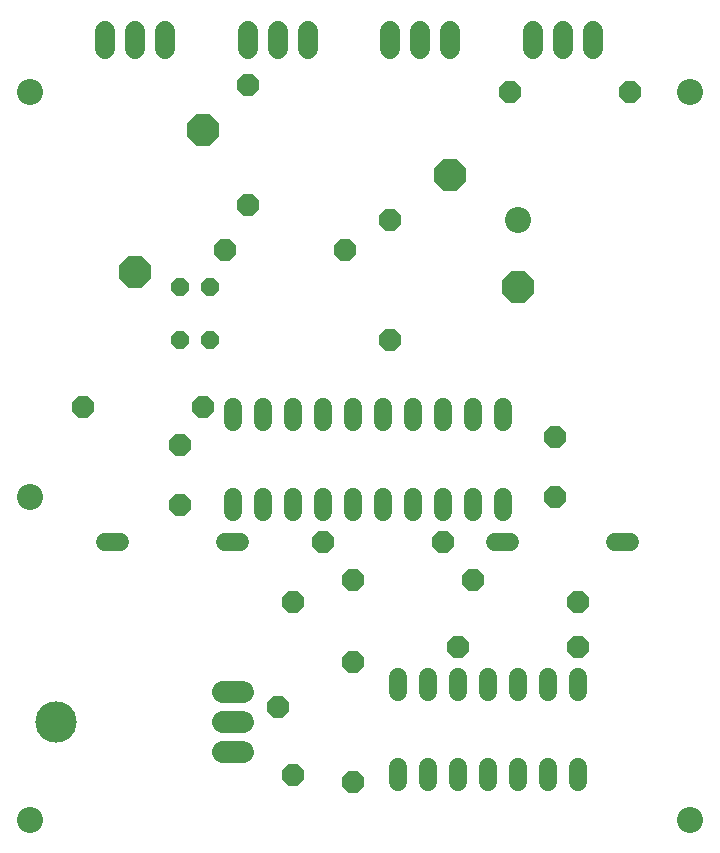
<source format=gbs>
G75*
%MOMM*%
%OFA0B0*%
%FSLAX33Y33*%
%IPPOS*%
%LPD*%
%AMOC8*
5,1,8,0,0,1.08239X$1,22.5*
%
%ADD10C,2.203*%
%ADD11C,1.880*%
%ADD12C,3.505*%
%ADD13C,1.524*%
%ADD14OC8,1.803*%
%ADD15OC8,1.524*%
%ADD16C,1.727*%
%ADD17OC8,2.743*%
D10*
X02946Y02946D03*
X02946Y30251D03*
X02946Y64541D03*
X44221Y53746D03*
X58826Y64541D03*
X58826Y02946D03*
D11*
X20930Y08661D02*
X19253Y08661D01*
X19253Y11201D02*
X20930Y11201D01*
X20930Y13741D02*
X19253Y13741D01*
D12*
X05105Y11201D03*
D13*
X09271Y26441D02*
X10592Y26441D01*
X19431Y26441D02*
X20752Y26441D01*
X20091Y28956D02*
X20091Y30277D01*
X22631Y30277D02*
X22631Y28956D01*
X25171Y28956D02*
X25171Y30277D01*
X27711Y30277D02*
X27711Y28956D01*
X30251Y28956D02*
X30251Y30277D01*
X32791Y30277D02*
X32791Y28956D01*
X35331Y28956D02*
X35331Y30277D01*
X37871Y30277D02*
X37871Y28956D01*
X40411Y28956D02*
X40411Y30277D01*
X42951Y30277D02*
X42951Y28956D01*
X42291Y26441D02*
X43612Y26441D01*
X42951Y36576D02*
X42951Y37897D01*
X40411Y37897D02*
X40411Y36576D01*
X37871Y36576D02*
X37871Y37897D01*
X35331Y37897D02*
X35331Y36576D01*
X32791Y36576D02*
X32791Y37897D01*
X30251Y37897D02*
X30251Y36576D01*
X27711Y36576D02*
X27711Y37897D01*
X25171Y37897D02*
X25171Y36576D01*
X22631Y36576D02*
X22631Y37897D01*
X20091Y37897D02*
X20091Y36576D01*
X34061Y15037D02*
X34061Y13716D01*
X36601Y13716D02*
X36601Y15037D01*
X39141Y15037D02*
X39141Y13716D01*
X41681Y13716D02*
X41681Y15037D01*
X44221Y15037D02*
X44221Y13716D01*
X46761Y13716D02*
X46761Y15037D01*
X49301Y15037D02*
X49301Y13716D01*
X49301Y07417D02*
X49301Y06096D01*
X46761Y06096D02*
X46761Y07417D01*
X44221Y07417D02*
X44221Y06096D01*
X41681Y06096D02*
X41681Y07417D01*
X39141Y07417D02*
X39141Y06096D01*
X36601Y06096D02*
X36601Y07417D01*
X34061Y07417D02*
X34061Y06096D01*
X52451Y26441D02*
X53772Y26441D01*
D14*
X49301Y21361D03*
X49301Y17551D03*
X40411Y23266D03*
X37871Y26441D03*
X39141Y17551D03*
X30251Y16281D03*
X25171Y21361D03*
X27711Y26441D03*
X30251Y23266D03*
X23901Y12471D03*
X25171Y06756D03*
X30251Y06121D03*
X15646Y29616D03*
X15646Y34696D03*
X17551Y37871D03*
X07391Y37871D03*
X19456Y51206D03*
X21361Y55016D03*
X29616Y51206D03*
X33426Y53746D03*
X33426Y43586D03*
X47396Y35331D03*
X47396Y30251D03*
X43586Y64541D03*
X53746Y64541D03*
X21361Y65176D03*
D15*
X18186Y48031D03*
X15646Y48031D03*
X15646Y43586D03*
X18186Y43586D03*
D16*
X21361Y68224D02*
X21361Y69748D01*
X23901Y69748D02*
X23901Y68224D01*
X26441Y68224D02*
X26441Y69748D01*
X33426Y69748D02*
X33426Y68224D01*
X35966Y68224D02*
X35966Y69748D01*
X38506Y69748D02*
X38506Y68224D01*
X45491Y68224D02*
X45491Y69748D01*
X48031Y69748D02*
X48031Y68224D01*
X50571Y68224D02*
X50571Y69748D01*
X14376Y69748D02*
X14376Y68224D01*
X11836Y68224D02*
X11836Y69748D01*
X09296Y69748D02*
X09296Y68224D01*
D17*
X17551Y61366D03*
X11836Y49301D03*
X38506Y57556D03*
X44221Y48031D03*
M02*

</source>
